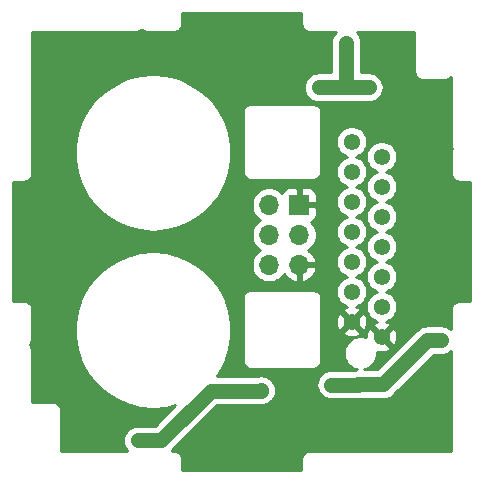
<source format=gbr>
%TF.GenerationSoftware,KiCad,Pcbnew,(5.1.10)-1*%
%TF.CreationDate,2022-01-02T17:44:00+01:00*%
%TF.ProjectId,3DESPWroverB,33444553-5057-4726-9f76-6572422e6b69,rev?*%
%TF.SameCoordinates,Original*%
%TF.FileFunction,Copper,L2,Bot*%
%TF.FilePolarity,Positive*%
%FSLAX46Y46*%
G04 Gerber Fmt 4.6, Leading zero omitted, Abs format (unit mm)*
G04 Created by KiCad (PCBNEW (5.1.10)-1) date 2022-01-02 17:44:00*
%MOMM*%
%LPD*%
G01*
G04 APERTURE LIST*
%TA.AperFunction,ComponentPad*%
%ADD10C,1.381000*%
%TD*%
%TA.AperFunction,ComponentPad*%
%ADD11R,1.700000X1.700000*%
%TD*%
%TA.AperFunction,ComponentPad*%
%ADD12O,1.700000X1.700000*%
%TD*%
%TA.AperFunction,ViaPad*%
%ADD13C,1.200000*%
%TD*%
%TA.AperFunction,Conductor*%
%ADD14C,1.250000*%
%TD*%
%TA.AperFunction,Conductor*%
%ADD15C,0.254000*%
%TD*%
%TA.AperFunction,Conductor*%
%ADD16C,0.100000*%
%TD*%
G04 APERTURE END LIST*
D10*
%TO.P,J1,14*%
%TO.N,VCC*%
X163525200Y-65506600D03*
%TO.P,J1,13*%
X160985200Y-64236600D03*
%TO.P,J1,12*%
%TO.N,/D16*%
X163525200Y-62966600D03*
%TO.P,J1,11*%
%TO.N,/D15*%
X160985200Y-61696600D03*
%TO.P,J1,10*%
%TO.N,/D14*%
X163525200Y-60426600D03*
%TO.P,J1,9*%
%TO.N,/D13*%
X160985200Y-59156600D03*
%TO.P,J1,8*%
%TO.N,/D12*%
X163525200Y-57886600D03*
%TO.P,J1,7*%
%TO.N,/D11*%
X160985200Y-56616600D03*
%TO.P,J1,6*%
%TO.N,/D10*%
X163525200Y-55346600D03*
%TO.P,J1,5*%
%TO.N,/D9*%
X160985200Y-54076600D03*
%TO.P,J1,4*%
%TO.N,/D8*%
X163525200Y-52806600D03*
%TO.P,J1,3*%
%TO.N,/D7*%
X160985200Y-51536600D03*
%TO.P,J1,2*%
%TO.N,GND*%
X163525200Y-50266600D03*
%TO.P,J1,1*%
X160985200Y-48996600D03*
%TD*%
D11*
%TO.P,J10,1*%
%TO.N,VCC*%
X156540200Y-54356000D03*
D12*
%TO.P,J10,2*%
%TO.N,GND*%
X154000200Y-54356000D03*
%TO.P,J10,3*%
%TO.N,/D11*%
X156540200Y-56896000D03*
%TO.P,J10,4*%
%TO.N,/D12*%
X154000200Y-56896000D03*
%TO.P,J10,5*%
%TO.N,VCC*%
X156540200Y-59436000D03*
%TO.P,J10,6*%
%TO.N,GND*%
X154000200Y-59436000D03*
%TD*%
D13*
%TO.N,VCC*%
X167233600Y-72771000D03*
X168148000Y-74650600D03*
X160223200Y-74295000D03*
X167513000Y-48920400D03*
X169062400Y-49657000D03*
X143256000Y-40030400D03*
X143306800Y-41935400D03*
X136499600Y-40640000D03*
X168097200Y-51358800D03*
X134289800Y-66192400D03*
X135661400Y-65481200D03*
X134823200Y-63906400D03*
%TO.N,GND*%
X168529000Y-65811400D03*
X163677600Y-69545200D03*
X161493200Y-69570600D03*
X160528000Y-40614600D03*
X160528000Y-44399200D03*
X158191200Y-44399200D03*
X159283400Y-69570600D03*
X162433000Y-44399200D03*
X142900400Y-74295000D03*
X149072600Y-70078600D03*
X151104600Y-70078600D03*
X153314400Y-70053200D03*
%TD*%
D14*
%TO.N,GND*%
X167411400Y-65811400D02*
X163677600Y-69545200D01*
X168529000Y-65811400D02*
X167411400Y-65811400D01*
X161518600Y-69545200D02*
X161493200Y-69570600D01*
X163677600Y-69545200D02*
X161518600Y-69545200D01*
X160528000Y-40614600D02*
X160528000Y-44399200D01*
X160528000Y-44399200D02*
X158191200Y-44399200D01*
X161493200Y-69570600D02*
X159283400Y-69570600D01*
X160528000Y-44399200D02*
X162433000Y-44399200D01*
X142900400Y-74295000D02*
X144856200Y-74295000D01*
X144856200Y-74295000D02*
X149072600Y-70078600D01*
X149072600Y-70078600D02*
X151104600Y-70078600D01*
X153289000Y-70078600D02*
X153314400Y-70053200D01*
X151104600Y-70078600D02*
X153289000Y-70078600D01*
%TD*%
D15*
%TO.N,VCC*%
X156747287Y-39037312D02*
X156744166Y-39069001D01*
X156756619Y-39195443D01*
X156793501Y-39317026D01*
X156853394Y-39429077D01*
X156933996Y-39527291D01*
X157032210Y-39607893D01*
X157144261Y-39667786D01*
X157265844Y-39704668D01*
X157360607Y-39714001D01*
X157392286Y-39717121D01*
X157423965Y-39714001D01*
X159639235Y-39714001D01*
X159632735Y-39719335D01*
X159475280Y-39911196D01*
X159358280Y-40130087D01*
X159286232Y-40367598D01*
X159268000Y-40552708D01*
X159268001Y-43139200D01*
X158129307Y-43139200D01*
X157944197Y-43157432D01*
X157706686Y-43229480D01*
X157487795Y-43346480D01*
X157295935Y-43503935D01*
X157138480Y-43695795D01*
X157021480Y-43914686D01*
X156949432Y-44152197D01*
X156925104Y-44399200D01*
X156949432Y-44646203D01*
X157021480Y-44883714D01*
X157138480Y-45102605D01*
X157295935Y-45294465D01*
X157487795Y-45451920D01*
X157706686Y-45568920D01*
X157944197Y-45640968D01*
X158129307Y-45659200D01*
X160466107Y-45659200D01*
X160528000Y-45665296D01*
X160589893Y-45659200D01*
X162494893Y-45659200D01*
X162680003Y-45640968D01*
X162917514Y-45568920D01*
X163136405Y-45451920D01*
X163328265Y-45294465D01*
X163485720Y-45102605D01*
X163602720Y-44883714D01*
X163674768Y-44646203D01*
X163699096Y-44399200D01*
X163674768Y-44152197D01*
X163602720Y-43914686D01*
X163485720Y-43695795D01*
X163328265Y-43503935D01*
X163136405Y-43346480D01*
X162917514Y-43229480D01*
X162680003Y-43157432D01*
X162494893Y-43139200D01*
X161788000Y-43139200D01*
X161788000Y-40552707D01*
X161769768Y-40367597D01*
X161697720Y-40130086D01*
X161580720Y-39911195D01*
X161423265Y-39719335D01*
X161416765Y-39714001D01*
X166309200Y-39714001D01*
X166309201Y-43097511D01*
X166306080Y-43129200D01*
X166318533Y-43255642D01*
X166355415Y-43377225D01*
X166415308Y-43489276D01*
X166495910Y-43587490D01*
X166594124Y-43668092D01*
X166706175Y-43727985D01*
X166827758Y-43764867D01*
X166922521Y-43774200D01*
X166954200Y-43777320D01*
X166985879Y-43774200D01*
X168852921Y-43774200D01*
X168884600Y-43777320D01*
X168916279Y-43774200D01*
X169011042Y-43764867D01*
X169132625Y-43727985D01*
X169244676Y-43668092D01*
X169342890Y-43587490D01*
X169408000Y-43508153D01*
X169408001Y-47412313D01*
X169408000Y-47412323D01*
X169408001Y-51698026D01*
X169404880Y-51729715D01*
X169417333Y-51856157D01*
X169454215Y-51977740D01*
X169514108Y-52089791D01*
X169594710Y-52188005D01*
X169692924Y-52268607D01*
X169804975Y-52328500D01*
X169926558Y-52365382D01*
X170021321Y-52374715D01*
X170053000Y-52377835D01*
X170084679Y-52374715D01*
X171033000Y-52374715D01*
X171033001Y-62513287D01*
X170109688Y-62513288D01*
X170109679Y-62513287D01*
X170084679Y-62513287D01*
X170053000Y-62510167D01*
X170021321Y-62513287D01*
X169926558Y-62522620D01*
X169804975Y-62559502D01*
X169692924Y-62619395D01*
X169594710Y-62699997D01*
X169514108Y-62798211D01*
X169454215Y-62910262D01*
X169417333Y-63031845D01*
X169404880Y-63158287D01*
X169408000Y-63189964D01*
X169408000Y-64902787D01*
X169232405Y-64758680D01*
X169013514Y-64641680D01*
X168776003Y-64569632D01*
X168590893Y-64551400D01*
X167473293Y-64551400D01*
X167411400Y-64545304D01*
X167349507Y-64551400D01*
X167164397Y-64569632D01*
X166926886Y-64641680D01*
X166707995Y-64758680D01*
X166516135Y-64916135D01*
X166476681Y-64964210D01*
X163155692Y-68285200D01*
X162021930Y-68285200D01*
X162136482Y-68262414D01*
X162393085Y-68156125D01*
X162624022Y-68001818D01*
X162820418Y-67805422D01*
X162974725Y-67574485D01*
X163081014Y-67317882D01*
X163135200Y-67045473D01*
X163135200Y-66775910D01*
X163339179Y-66825459D01*
X163600049Y-66836408D01*
X163858044Y-66796254D01*
X164103247Y-66706539D01*
X164201767Y-66653879D01*
X164260075Y-66421080D01*
X163525200Y-65686205D01*
X163511058Y-65700348D01*
X163331453Y-65520743D01*
X163345595Y-65506600D01*
X163704805Y-65506600D01*
X164439680Y-66241475D01*
X164672479Y-66183167D01*
X164782427Y-65946343D01*
X164844059Y-65692621D01*
X164855008Y-65431751D01*
X164814854Y-65173756D01*
X164725139Y-64928553D01*
X164672479Y-64830033D01*
X164439680Y-64771725D01*
X163704805Y-65506600D01*
X163345595Y-65506600D01*
X162610720Y-64771725D01*
X162377921Y-64830033D01*
X162267973Y-65066857D01*
X162206341Y-65320579D01*
X162195650Y-65575294D01*
X162136482Y-65550786D01*
X161864073Y-65496600D01*
X161586327Y-65496600D01*
X161313918Y-65550786D01*
X161057315Y-65657075D01*
X160826378Y-65811382D01*
X160629982Y-66007778D01*
X160475675Y-66238715D01*
X160369386Y-66495318D01*
X160315200Y-66767727D01*
X160315200Y-67045473D01*
X160369386Y-67317882D01*
X160475675Y-67574485D01*
X160629982Y-67805422D01*
X160826378Y-68001818D01*
X161057315Y-68156125D01*
X161313918Y-68262414D01*
X161437821Y-68287060D01*
X161271597Y-68303432D01*
X161247967Y-68310600D01*
X159221507Y-68310600D01*
X159036397Y-68328832D01*
X158798886Y-68400880D01*
X158579995Y-68517880D01*
X158388135Y-68675335D01*
X158230680Y-68867195D01*
X158113680Y-69086086D01*
X158041632Y-69323597D01*
X158017304Y-69570600D01*
X158041632Y-69817603D01*
X158113680Y-70055114D01*
X158230680Y-70274005D01*
X158388135Y-70465865D01*
X158579995Y-70623320D01*
X158798886Y-70740320D01*
X159036397Y-70812368D01*
X159221507Y-70830600D01*
X161431317Y-70830600D01*
X161493200Y-70836695D01*
X161555083Y-70830600D01*
X161555093Y-70830600D01*
X161740203Y-70812368D01*
X161763833Y-70805200D01*
X163615717Y-70805200D01*
X163677600Y-70811295D01*
X163739483Y-70805200D01*
X163739493Y-70805200D01*
X163924603Y-70786968D01*
X164162114Y-70714920D01*
X164381005Y-70597920D01*
X164572865Y-70440465D01*
X164612324Y-70392384D01*
X167933309Y-67071400D01*
X168590893Y-67071400D01*
X168776003Y-67053168D01*
X169013514Y-66981120D01*
X169232405Y-66864120D01*
X169408001Y-66720013D01*
X169408001Y-67412313D01*
X169408000Y-67412323D01*
X169408001Y-71412312D01*
X169408000Y-71412322D01*
X169408001Y-75174000D01*
X157423965Y-75174000D01*
X157392286Y-75170880D01*
X157360607Y-75174000D01*
X157265844Y-75183333D01*
X157144261Y-75220215D01*
X157032210Y-75280108D01*
X156933996Y-75360710D01*
X156853394Y-75458924D01*
X156793501Y-75570975D01*
X156756619Y-75692558D01*
X156744166Y-75819000D01*
X156747286Y-75850678D01*
X156747287Y-76799000D01*
X146608715Y-76799000D01*
X146608715Y-75850678D01*
X146611835Y-75819000D01*
X146599382Y-75692558D01*
X146562500Y-75570975D01*
X146502607Y-75458924D01*
X146422005Y-75360710D01*
X146323791Y-75280108D01*
X146211740Y-75220215D01*
X146090157Y-75183333D01*
X145995394Y-75174000D01*
X145963715Y-75170880D01*
X145932036Y-75174000D01*
X145764813Y-75174000D01*
X145790924Y-75142184D01*
X149594509Y-71338600D01*
X153227117Y-71338600D01*
X153289000Y-71344695D01*
X153350883Y-71338600D01*
X153350893Y-71338600D01*
X153536003Y-71320368D01*
X153773514Y-71248320D01*
X153992405Y-71131320D01*
X154184265Y-70973865D01*
X154223724Y-70925784D01*
X154249119Y-70900389D01*
X154367120Y-70756605D01*
X154484120Y-70537713D01*
X154556167Y-70300203D01*
X154580495Y-70053201D01*
X154556167Y-69806198D01*
X154484120Y-69568687D01*
X154367120Y-69349795D01*
X154209665Y-69157935D01*
X154017805Y-69000480D01*
X153798913Y-68883480D01*
X153561402Y-68811433D01*
X153314399Y-68787105D01*
X153067397Y-68811433D01*
X153043770Y-68818600D01*
X149579330Y-68818600D01*
X149757716Y-68589410D01*
X150281630Y-67621301D01*
X150639054Y-66580162D01*
X150820237Y-65494392D01*
X150820237Y-64393610D01*
X150639054Y-63307840D01*
X150281630Y-62266701D01*
X150261769Y-62230000D01*
X151762207Y-62230000D01*
X151765400Y-62262419D01*
X151765401Y-67531571D01*
X151762207Y-67564000D01*
X151774950Y-67693383D01*
X151812690Y-67817793D01*
X151873975Y-67932450D01*
X151956452Y-68032948D01*
X152056950Y-68115425D01*
X152171607Y-68176710D01*
X152296017Y-68214450D01*
X152392981Y-68224000D01*
X152425400Y-68227193D01*
X152457819Y-68224000D01*
X157726981Y-68224000D01*
X157759400Y-68227193D01*
X157791819Y-68224000D01*
X157888783Y-68214450D01*
X158013193Y-68176710D01*
X158127850Y-68115425D01*
X158228348Y-68032948D01*
X158310825Y-67932450D01*
X158372110Y-67817793D01*
X158409850Y-67693383D01*
X158422593Y-67564000D01*
X158419400Y-67531581D01*
X158419400Y-65151080D01*
X160250325Y-65151080D01*
X160308633Y-65383879D01*
X160545457Y-65493827D01*
X160799179Y-65555459D01*
X161060049Y-65566408D01*
X161318044Y-65526254D01*
X161563247Y-65436539D01*
X161661767Y-65383879D01*
X161720075Y-65151080D01*
X160985200Y-64416205D01*
X160250325Y-65151080D01*
X158419400Y-65151080D01*
X158419400Y-64311449D01*
X159655392Y-64311449D01*
X159695546Y-64569444D01*
X159785261Y-64814647D01*
X159837921Y-64913167D01*
X160070720Y-64971475D01*
X160805595Y-64236600D01*
X161164805Y-64236600D01*
X161899680Y-64971475D01*
X162132479Y-64913167D01*
X162242427Y-64676343D01*
X162304059Y-64422621D01*
X162315008Y-64161751D01*
X162274854Y-63903756D01*
X162185139Y-63658553D01*
X162132479Y-63560033D01*
X161899680Y-63501725D01*
X161164805Y-64236600D01*
X160805595Y-64236600D01*
X160070720Y-63501725D01*
X159837921Y-63560033D01*
X159727973Y-63796857D01*
X159666341Y-64050579D01*
X159655392Y-64311449D01*
X158419400Y-64311449D01*
X158419400Y-62262419D01*
X158422593Y-62230000D01*
X158409850Y-62100617D01*
X158372110Y-61976207D01*
X158310825Y-61861550D01*
X158228348Y-61761052D01*
X158127850Y-61678575D01*
X158013193Y-61617290D01*
X157888783Y-61579550D01*
X157791819Y-61570000D01*
X157759400Y-61566807D01*
X157726981Y-61570000D01*
X152457819Y-61570000D01*
X152425400Y-61566807D01*
X152392981Y-61570000D01*
X152296017Y-61579550D01*
X152171607Y-61617290D01*
X152056950Y-61678575D01*
X151956452Y-61761052D01*
X151873975Y-61861550D01*
X151812690Y-61976207D01*
X151774950Y-62100617D01*
X151762207Y-62230000D01*
X150261769Y-62230000D01*
X149757716Y-61298592D01*
X149081601Y-60429919D01*
X148271729Y-59684380D01*
X147350190Y-59082308D01*
X146342123Y-58640129D01*
X145275024Y-58369903D01*
X144178001Y-58279001D01*
X143080978Y-58369903D01*
X142013879Y-58640129D01*
X141005812Y-59082308D01*
X140084273Y-59684380D01*
X139274401Y-60429919D01*
X138598286Y-61298592D01*
X138074372Y-62266701D01*
X137716948Y-63307840D01*
X137535765Y-64393610D01*
X137535765Y-65494392D01*
X137716948Y-66580162D01*
X138074372Y-67621301D01*
X138598286Y-68589410D01*
X139274401Y-69458083D01*
X140084273Y-70203622D01*
X141005812Y-70805694D01*
X142013879Y-71247873D01*
X143080978Y-71518099D01*
X144178001Y-71609001D01*
X145275024Y-71518099D01*
X146046576Y-71322716D01*
X144334292Y-73035000D01*
X142838507Y-73035000D01*
X142653397Y-73053232D01*
X142415886Y-73125280D01*
X142196995Y-73242280D01*
X142005135Y-73399735D01*
X141847680Y-73591595D01*
X141730680Y-73810486D01*
X141658632Y-74047997D01*
X141634304Y-74295000D01*
X141658632Y-74542003D01*
X141730680Y-74779514D01*
X141847680Y-74998405D01*
X141991787Y-75174000D01*
X136357200Y-75174000D01*
X136357200Y-71710479D01*
X136360320Y-71678800D01*
X136347867Y-71552358D01*
X136310985Y-71430775D01*
X136251092Y-71318724D01*
X136170490Y-71220510D01*
X136072276Y-71139908D01*
X135960225Y-71080015D01*
X135838642Y-71043133D01*
X135743879Y-71033800D01*
X135712200Y-71030680D01*
X135680521Y-71033800D01*
X133948001Y-71033800D01*
X133948001Y-63189964D01*
X133951121Y-63158286D01*
X133938668Y-63031844D01*
X133901786Y-62910261D01*
X133841893Y-62798210D01*
X133761291Y-62699996D01*
X133663077Y-62619394D01*
X133551026Y-62559501D01*
X133429443Y-62522619D01*
X133334680Y-62513286D01*
X133303001Y-62510166D01*
X133271322Y-62513286D01*
X132323001Y-62513286D01*
X132323001Y-52374715D01*
X133271322Y-52374715D01*
X133303001Y-52377835D01*
X133334680Y-52374715D01*
X133429443Y-52365382D01*
X133551026Y-52328500D01*
X133663077Y-52268607D01*
X133761291Y-52188005D01*
X133841893Y-52089791D01*
X133901786Y-51977740D01*
X133938668Y-51856157D01*
X133951121Y-51729715D01*
X133948001Y-51698036D01*
X133948001Y-49393610D01*
X137535765Y-49393610D01*
X137535765Y-50494392D01*
X137716948Y-51580162D01*
X138074372Y-52621301D01*
X138598286Y-53589410D01*
X139274401Y-54458083D01*
X140084273Y-55203622D01*
X141005812Y-55805694D01*
X142013879Y-56247873D01*
X143080978Y-56518099D01*
X144178001Y-56609001D01*
X145275024Y-56518099D01*
X146342123Y-56247873D01*
X147350190Y-55805694D01*
X148271729Y-55203622D01*
X149081601Y-54458083D01*
X149274894Y-54209740D01*
X152515200Y-54209740D01*
X152515200Y-54502260D01*
X152572268Y-54789158D01*
X152684210Y-55059411D01*
X152846725Y-55302632D01*
X153053568Y-55509475D01*
X153227960Y-55626000D01*
X153053568Y-55742525D01*
X152846725Y-55949368D01*
X152684210Y-56192589D01*
X152572268Y-56462842D01*
X152515200Y-56749740D01*
X152515200Y-57042260D01*
X152572268Y-57329158D01*
X152684210Y-57599411D01*
X152846725Y-57842632D01*
X153053568Y-58049475D01*
X153227960Y-58166000D01*
X153053568Y-58282525D01*
X152846725Y-58489368D01*
X152684210Y-58732589D01*
X152572268Y-59002842D01*
X152515200Y-59289740D01*
X152515200Y-59582260D01*
X152572268Y-59869158D01*
X152684210Y-60139411D01*
X152846725Y-60382632D01*
X153053568Y-60589475D01*
X153296789Y-60751990D01*
X153567042Y-60863932D01*
X153853940Y-60921000D01*
X154146460Y-60921000D01*
X154433358Y-60863932D01*
X154703611Y-60751990D01*
X154946832Y-60589475D01*
X155153675Y-60382632D01*
X155271300Y-60206594D01*
X155442612Y-60436269D01*
X155658845Y-60631178D01*
X155908948Y-60780157D01*
X156183309Y-60877481D01*
X156413200Y-60756814D01*
X156413200Y-59563000D01*
X156667200Y-59563000D01*
X156667200Y-60756814D01*
X156897091Y-60877481D01*
X157171452Y-60780157D01*
X157421555Y-60631178D01*
X157637788Y-60436269D01*
X157811841Y-60202920D01*
X157937025Y-59940099D01*
X157981676Y-59792890D01*
X157860355Y-59563000D01*
X156667200Y-59563000D01*
X156413200Y-59563000D01*
X156393200Y-59563000D01*
X156393200Y-59309000D01*
X156413200Y-59309000D01*
X156413200Y-59289000D01*
X156667200Y-59289000D01*
X156667200Y-59309000D01*
X157860355Y-59309000D01*
X157981676Y-59079110D01*
X157937025Y-58931901D01*
X157811841Y-58669080D01*
X157637788Y-58435731D01*
X157421555Y-58240822D01*
X157304666Y-58171195D01*
X157486832Y-58049475D01*
X157693675Y-57842632D01*
X157856190Y-57599411D01*
X157968132Y-57329158D01*
X158025200Y-57042260D01*
X158025200Y-56749740D01*
X157968132Y-56462842D01*
X157856190Y-56192589D01*
X157693675Y-55949368D01*
X157561820Y-55817513D01*
X157634380Y-55795502D01*
X157744694Y-55736537D01*
X157841385Y-55657185D01*
X157920737Y-55560494D01*
X157979702Y-55450180D01*
X158016012Y-55330482D01*
X158028272Y-55206000D01*
X158025200Y-54641750D01*
X157866450Y-54483000D01*
X156667200Y-54483000D01*
X156667200Y-54503000D01*
X156413200Y-54503000D01*
X156413200Y-54483000D01*
X156393200Y-54483000D01*
X156393200Y-54229000D01*
X156413200Y-54229000D01*
X156413200Y-53029750D01*
X156667200Y-53029750D01*
X156667200Y-54229000D01*
X157866450Y-54229000D01*
X158025200Y-54070250D01*
X158028272Y-53506000D01*
X158016012Y-53381518D01*
X157979702Y-53261820D01*
X157920737Y-53151506D01*
X157841385Y-53054815D01*
X157744694Y-52975463D01*
X157634380Y-52916498D01*
X157514682Y-52880188D01*
X157390200Y-52867928D01*
X156825950Y-52871000D01*
X156667200Y-53029750D01*
X156413200Y-53029750D01*
X156254450Y-52871000D01*
X155690200Y-52867928D01*
X155565718Y-52880188D01*
X155446020Y-52916498D01*
X155335706Y-52975463D01*
X155239015Y-53054815D01*
X155159663Y-53151506D01*
X155100698Y-53261820D01*
X155078687Y-53334380D01*
X154946832Y-53202525D01*
X154703611Y-53040010D01*
X154433358Y-52928068D01*
X154146460Y-52871000D01*
X153853940Y-52871000D01*
X153567042Y-52928068D01*
X153296789Y-53040010D01*
X153053568Y-53202525D01*
X152846725Y-53409368D01*
X152684210Y-53652589D01*
X152572268Y-53922842D01*
X152515200Y-54209740D01*
X149274894Y-54209740D01*
X149757716Y-53589410D01*
X150281630Y-52621301D01*
X150639054Y-51580162D01*
X150820237Y-50494392D01*
X150820237Y-49393610D01*
X150639054Y-48307840D01*
X150281630Y-47266701D01*
X149856972Y-46482000D01*
X151762207Y-46482000D01*
X151765400Y-46514419D01*
X151765401Y-51529571D01*
X151762207Y-51562000D01*
X151774950Y-51691383D01*
X151812690Y-51815793D01*
X151873975Y-51930450D01*
X151956452Y-52030948D01*
X152056950Y-52113425D01*
X152171607Y-52174710D01*
X152296017Y-52212450D01*
X152392981Y-52222000D01*
X152425400Y-52225193D01*
X152457819Y-52222000D01*
X157726981Y-52222000D01*
X157759400Y-52225193D01*
X157791819Y-52222000D01*
X157888783Y-52212450D01*
X158013193Y-52174710D01*
X158127850Y-52113425D01*
X158228348Y-52030948D01*
X158310825Y-51930450D01*
X158372110Y-51815793D01*
X158409850Y-51691383D01*
X158422593Y-51562000D01*
X158419400Y-51529581D01*
X158419400Y-48866050D01*
X159659700Y-48866050D01*
X159659700Y-49127150D01*
X159710638Y-49383234D01*
X159810557Y-49624460D01*
X159955617Y-49841557D01*
X160140243Y-50026183D01*
X160357340Y-50171243D01*
X160587552Y-50266600D01*
X160357340Y-50361957D01*
X160140243Y-50507017D01*
X159955617Y-50691643D01*
X159810557Y-50908740D01*
X159710638Y-51149966D01*
X159659700Y-51406050D01*
X159659700Y-51667150D01*
X159710638Y-51923234D01*
X159810557Y-52164460D01*
X159955617Y-52381557D01*
X160140243Y-52566183D01*
X160357340Y-52711243D01*
X160587552Y-52806600D01*
X160357340Y-52901957D01*
X160140243Y-53047017D01*
X159955617Y-53231643D01*
X159810557Y-53448740D01*
X159710638Y-53689966D01*
X159659700Y-53946050D01*
X159659700Y-54207150D01*
X159710638Y-54463234D01*
X159810557Y-54704460D01*
X159955617Y-54921557D01*
X160140243Y-55106183D01*
X160357340Y-55251243D01*
X160587552Y-55346600D01*
X160357340Y-55441957D01*
X160140243Y-55587017D01*
X159955617Y-55771643D01*
X159810557Y-55988740D01*
X159710638Y-56229966D01*
X159659700Y-56486050D01*
X159659700Y-56747150D01*
X159710638Y-57003234D01*
X159810557Y-57244460D01*
X159955617Y-57461557D01*
X160140243Y-57646183D01*
X160357340Y-57791243D01*
X160587552Y-57886600D01*
X160357340Y-57981957D01*
X160140243Y-58127017D01*
X159955617Y-58311643D01*
X159810557Y-58528740D01*
X159710638Y-58769966D01*
X159659700Y-59026050D01*
X159659700Y-59287150D01*
X159710638Y-59543234D01*
X159810557Y-59784460D01*
X159955617Y-60001557D01*
X160140243Y-60186183D01*
X160357340Y-60331243D01*
X160587552Y-60426600D01*
X160357340Y-60521957D01*
X160140243Y-60667017D01*
X159955617Y-60851643D01*
X159810557Y-61068740D01*
X159710638Y-61309966D01*
X159659700Y-61566050D01*
X159659700Y-61827150D01*
X159710638Y-62083234D01*
X159810557Y-62324460D01*
X159955617Y-62541557D01*
X160140243Y-62726183D01*
X160357340Y-62871243D01*
X160592752Y-62968754D01*
X160407153Y-63036661D01*
X160308633Y-63089321D01*
X160250325Y-63322120D01*
X160985200Y-64056995D01*
X161720075Y-63322120D01*
X161661767Y-63089321D01*
X161424943Y-62979373D01*
X161378971Y-62968206D01*
X161613060Y-62871243D01*
X161830157Y-62726183D01*
X162014783Y-62541557D01*
X162159843Y-62324460D01*
X162259762Y-62083234D01*
X162310700Y-61827150D01*
X162310700Y-61566050D01*
X162259762Y-61309966D01*
X162159843Y-61068740D01*
X162014783Y-60851643D01*
X161830157Y-60667017D01*
X161613060Y-60521957D01*
X161382848Y-60426600D01*
X161613060Y-60331243D01*
X161830157Y-60186183D01*
X162014783Y-60001557D01*
X162159843Y-59784460D01*
X162259762Y-59543234D01*
X162310700Y-59287150D01*
X162310700Y-59026050D01*
X162259762Y-58769966D01*
X162159843Y-58528740D01*
X162014783Y-58311643D01*
X161830157Y-58127017D01*
X161613060Y-57981957D01*
X161382848Y-57886600D01*
X161613060Y-57791243D01*
X161830157Y-57646183D01*
X162014783Y-57461557D01*
X162159843Y-57244460D01*
X162259762Y-57003234D01*
X162310700Y-56747150D01*
X162310700Y-56486050D01*
X162259762Y-56229966D01*
X162159843Y-55988740D01*
X162014783Y-55771643D01*
X161830157Y-55587017D01*
X161613060Y-55441957D01*
X161382848Y-55346600D01*
X161613060Y-55251243D01*
X161830157Y-55106183D01*
X162014783Y-54921557D01*
X162159843Y-54704460D01*
X162259762Y-54463234D01*
X162310700Y-54207150D01*
X162310700Y-53946050D01*
X162259762Y-53689966D01*
X162159843Y-53448740D01*
X162014783Y-53231643D01*
X161830157Y-53047017D01*
X161613060Y-52901957D01*
X161382848Y-52806600D01*
X161613060Y-52711243D01*
X161830157Y-52566183D01*
X162014783Y-52381557D01*
X162159843Y-52164460D01*
X162259762Y-51923234D01*
X162310700Y-51667150D01*
X162310700Y-51406050D01*
X162259762Y-51149966D01*
X162159843Y-50908740D01*
X162014783Y-50691643D01*
X161830157Y-50507017D01*
X161613060Y-50361957D01*
X161382848Y-50266600D01*
X161613060Y-50171243D01*
X161665729Y-50136050D01*
X162199700Y-50136050D01*
X162199700Y-50397150D01*
X162250638Y-50653234D01*
X162350557Y-50894460D01*
X162495617Y-51111557D01*
X162680243Y-51296183D01*
X162897340Y-51441243D01*
X163127552Y-51536600D01*
X162897340Y-51631957D01*
X162680243Y-51777017D01*
X162495617Y-51961643D01*
X162350557Y-52178740D01*
X162250638Y-52419966D01*
X162199700Y-52676050D01*
X162199700Y-52937150D01*
X162250638Y-53193234D01*
X162350557Y-53434460D01*
X162495617Y-53651557D01*
X162680243Y-53836183D01*
X162897340Y-53981243D01*
X163127552Y-54076600D01*
X162897340Y-54171957D01*
X162680243Y-54317017D01*
X162495617Y-54501643D01*
X162350557Y-54718740D01*
X162250638Y-54959966D01*
X162199700Y-55216050D01*
X162199700Y-55477150D01*
X162250638Y-55733234D01*
X162350557Y-55974460D01*
X162495617Y-56191557D01*
X162680243Y-56376183D01*
X162897340Y-56521243D01*
X163127552Y-56616600D01*
X162897340Y-56711957D01*
X162680243Y-56857017D01*
X162495617Y-57041643D01*
X162350557Y-57258740D01*
X162250638Y-57499966D01*
X162199700Y-57756050D01*
X162199700Y-58017150D01*
X162250638Y-58273234D01*
X162350557Y-58514460D01*
X162495617Y-58731557D01*
X162680243Y-58916183D01*
X162897340Y-59061243D01*
X163127552Y-59156600D01*
X162897340Y-59251957D01*
X162680243Y-59397017D01*
X162495617Y-59581643D01*
X162350557Y-59798740D01*
X162250638Y-60039966D01*
X162199700Y-60296050D01*
X162199700Y-60557150D01*
X162250638Y-60813234D01*
X162350557Y-61054460D01*
X162495617Y-61271557D01*
X162680243Y-61456183D01*
X162897340Y-61601243D01*
X163127552Y-61696600D01*
X162897340Y-61791957D01*
X162680243Y-61937017D01*
X162495617Y-62121643D01*
X162350557Y-62338740D01*
X162250638Y-62579966D01*
X162199700Y-62836050D01*
X162199700Y-63097150D01*
X162250638Y-63353234D01*
X162350557Y-63594460D01*
X162495617Y-63811557D01*
X162680243Y-63996183D01*
X162897340Y-64141243D01*
X163132752Y-64238754D01*
X162947153Y-64306661D01*
X162848633Y-64359321D01*
X162790325Y-64592120D01*
X163525200Y-65326995D01*
X164260075Y-64592120D01*
X164201767Y-64359321D01*
X163964943Y-64249373D01*
X163918971Y-64238206D01*
X164153060Y-64141243D01*
X164370157Y-63996183D01*
X164554783Y-63811557D01*
X164699843Y-63594460D01*
X164799762Y-63353234D01*
X164850700Y-63097150D01*
X164850700Y-62836050D01*
X164799762Y-62579966D01*
X164699843Y-62338740D01*
X164554783Y-62121643D01*
X164370157Y-61937017D01*
X164153060Y-61791957D01*
X163922848Y-61696600D01*
X164153060Y-61601243D01*
X164370157Y-61456183D01*
X164554783Y-61271557D01*
X164699843Y-61054460D01*
X164799762Y-60813234D01*
X164850700Y-60557150D01*
X164850700Y-60296050D01*
X164799762Y-60039966D01*
X164699843Y-59798740D01*
X164554783Y-59581643D01*
X164370157Y-59397017D01*
X164153060Y-59251957D01*
X163922848Y-59156600D01*
X164153060Y-59061243D01*
X164370157Y-58916183D01*
X164554783Y-58731557D01*
X164699843Y-58514460D01*
X164799762Y-58273234D01*
X164850700Y-58017150D01*
X164850700Y-57756050D01*
X164799762Y-57499966D01*
X164699843Y-57258740D01*
X164554783Y-57041643D01*
X164370157Y-56857017D01*
X164153060Y-56711957D01*
X163922848Y-56616600D01*
X164153060Y-56521243D01*
X164370157Y-56376183D01*
X164554783Y-56191557D01*
X164699843Y-55974460D01*
X164799762Y-55733234D01*
X164850700Y-55477150D01*
X164850700Y-55216050D01*
X164799762Y-54959966D01*
X164699843Y-54718740D01*
X164554783Y-54501643D01*
X164370157Y-54317017D01*
X164153060Y-54171957D01*
X163922848Y-54076600D01*
X164153060Y-53981243D01*
X164370157Y-53836183D01*
X164554783Y-53651557D01*
X164699843Y-53434460D01*
X164799762Y-53193234D01*
X164850700Y-52937150D01*
X164850700Y-52676050D01*
X164799762Y-52419966D01*
X164699843Y-52178740D01*
X164554783Y-51961643D01*
X164370157Y-51777017D01*
X164153060Y-51631957D01*
X163922848Y-51536600D01*
X164153060Y-51441243D01*
X164370157Y-51296183D01*
X164554783Y-51111557D01*
X164699843Y-50894460D01*
X164799762Y-50653234D01*
X164850700Y-50397150D01*
X164850700Y-50136050D01*
X164799762Y-49879966D01*
X164699843Y-49638740D01*
X164554783Y-49421643D01*
X164370157Y-49237017D01*
X164153060Y-49091957D01*
X163911834Y-48992038D01*
X163655750Y-48941100D01*
X163394650Y-48941100D01*
X163138566Y-48992038D01*
X162897340Y-49091957D01*
X162680243Y-49237017D01*
X162495617Y-49421643D01*
X162350557Y-49638740D01*
X162250638Y-49879966D01*
X162199700Y-50136050D01*
X161665729Y-50136050D01*
X161830157Y-50026183D01*
X162014783Y-49841557D01*
X162159843Y-49624460D01*
X162259762Y-49383234D01*
X162310700Y-49127150D01*
X162310700Y-48866050D01*
X162259762Y-48609966D01*
X162159843Y-48368740D01*
X162014783Y-48151643D01*
X161830157Y-47967017D01*
X161613060Y-47821957D01*
X161371834Y-47722038D01*
X161115750Y-47671100D01*
X160854650Y-47671100D01*
X160598566Y-47722038D01*
X160357340Y-47821957D01*
X160140243Y-47967017D01*
X159955617Y-48151643D01*
X159810557Y-48368740D01*
X159710638Y-48609966D01*
X159659700Y-48866050D01*
X158419400Y-48866050D01*
X158419400Y-46514419D01*
X158422593Y-46482000D01*
X158409850Y-46352617D01*
X158372110Y-46228207D01*
X158310825Y-46113550D01*
X158228348Y-46013052D01*
X158127850Y-45930575D01*
X158013193Y-45869290D01*
X157888783Y-45831550D01*
X157791819Y-45822000D01*
X157759400Y-45818807D01*
X157726981Y-45822000D01*
X152457819Y-45822000D01*
X152425400Y-45818807D01*
X152392981Y-45822000D01*
X152296017Y-45831550D01*
X152171607Y-45869290D01*
X152056950Y-45930575D01*
X151956452Y-46013052D01*
X151873975Y-46113550D01*
X151812690Y-46228207D01*
X151774950Y-46352617D01*
X151762207Y-46482000D01*
X149856972Y-46482000D01*
X149757716Y-46298592D01*
X149081601Y-45429919D01*
X148271729Y-44684380D01*
X147350190Y-44082308D01*
X146342123Y-43640129D01*
X145275024Y-43369903D01*
X144178001Y-43279001D01*
X143080978Y-43369903D01*
X142013879Y-43640129D01*
X141005812Y-44082308D01*
X140084273Y-44684380D01*
X139274401Y-45429919D01*
X138598286Y-46298592D01*
X138074372Y-47266701D01*
X137716948Y-48307840D01*
X137535765Y-49393610D01*
X133948001Y-49393610D01*
X133948001Y-39714001D01*
X145932037Y-39714001D01*
X145963716Y-39717121D01*
X145995395Y-39714001D01*
X146090158Y-39704668D01*
X146211741Y-39667786D01*
X146323792Y-39607893D01*
X146422006Y-39527291D01*
X146502608Y-39429077D01*
X146562501Y-39317026D01*
X146599383Y-39195443D01*
X146611836Y-39069001D01*
X146608716Y-39037322D01*
X146608716Y-38089001D01*
X156747286Y-38089001D01*
X156747287Y-39037312D01*
%TA.AperFunction,Conductor*%
D16*
G36*
X156747287Y-39037312D02*
G01*
X156744166Y-39069001D01*
X156756619Y-39195443D01*
X156793501Y-39317026D01*
X156853394Y-39429077D01*
X156933996Y-39527291D01*
X157032210Y-39607893D01*
X157144261Y-39667786D01*
X157265844Y-39704668D01*
X157360607Y-39714001D01*
X157392286Y-39717121D01*
X157423965Y-39714001D01*
X159639235Y-39714001D01*
X159632735Y-39719335D01*
X159475280Y-39911196D01*
X159358280Y-40130087D01*
X159286232Y-40367598D01*
X159268000Y-40552708D01*
X159268001Y-43139200D01*
X158129307Y-43139200D01*
X157944197Y-43157432D01*
X157706686Y-43229480D01*
X157487795Y-43346480D01*
X157295935Y-43503935D01*
X157138480Y-43695795D01*
X157021480Y-43914686D01*
X156949432Y-44152197D01*
X156925104Y-44399200D01*
X156949432Y-44646203D01*
X157021480Y-44883714D01*
X157138480Y-45102605D01*
X157295935Y-45294465D01*
X157487795Y-45451920D01*
X157706686Y-45568920D01*
X157944197Y-45640968D01*
X158129307Y-45659200D01*
X160466107Y-45659200D01*
X160528000Y-45665296D01*
X160589893Y-45659200D01*
X162494893Y-45659200D01*
X162680003Y-45640968D01*
X162917514Y-45568920D01*
X163136405Y-45451920D01*
X163328265Y-45294465D01*
X163485720Y-45102605D01*
X163602720Y-44883714D01*
X163674768Y-44646203D01*
X163699096Y-44399200D01*
X163674768Y-44152197D01*
X163602720Y-43914686D01*
X163485720Y-43695795D01*
X163328265Y-43503935D01*
X163136405Y-43346480D01*
X162917514Y-43229480D01*
X162680003Y-43157432D01*
X162494893Y-43139200D01*
X161788000Y-43139200D01*
X161788000Y-40552707D01*
X161769768Y-40367597D01*
X161697720Y-40130086D01*
X161580720Y-39911195D01*
X161423265Y-39719335D01*
X161416765Y-39714001D01*
X166309200Y-39714001D01*
X166309201Y-43097511D01*
X166306080Y-43129200D01*
X166318533Y-43255642D01*
X166355415Y-43377225D01*
X166415308Y-43489276D01*
X166495910Y-43587490D01*
X166594124Y-43668092D01*
X166706175Y-43727985D01*
X166827758Y-43764867D01*
X166922521Y-43774200D01*
X166954200Y-43777320D01*
X166985879Y-43774200D01*
X168852921Y-43774200D01*
X168884600Y-43777320D01*
X168916279Y-43774200D01*
X169011042Y-43764867D01*
X169132625Y-43727985D01*
X169244676Y-43668092D01*
X169342890Y-43587490D01*
X169408000Y-43508153D01*
X169408001Y-47412313D01*
X169408000Y-47412323D01*
X169408001Y-51698026D01*
X169404880Y-51729715D01*
X169417333Y-51856157D01*
X169454215Y-51977740D01*
X169514108Y-52089791D01*
X169594710Y-52188005D01*
X169692924Y-52268607D01*
X169804975Y-52328500D01*
X169926558Y-52365382D01*
X170021321Y-52374715D01*
X170053000Y-52377835D01*
X170084679Y-52374715D01*
X171033000Y-52374715D01*
X171033001Y-62513287D01*
X170109688Y-62513288D01*
X170109679Y-62513287D01*
X170084679Y-62513287D01*
X170053000Y-62510167D01*
X170021321Y-62513287D01*
X169926558Y-62522620D01*
X169804975Y-62559502D01*
X169692924Y-62619395D01*
X169594710Y-62699997D01*
X169514108Y-62798211D01*
X169454215Y-62910262D01*
X169417333Y-63031845D01*
X169404880Y-63158287D01*
X169408000Y-63189964D01*
X169408000Y-64902787D01*
X169232405Y-64758680D01*
X169013514Y-64641680D01*
X168776003Y-64569632D01*
X168590893Y-64551400D01*
X167473293Y-64551400D01*
X167411400Y-64545304D01*
X167349507Y-64551400D01*
X167164397Y-64569632D01*
X166926886Y-64641680D01*
X166707995Y-64758680D01*
X166516135Y-64916135D01*
X166476681Y-64964210D01*
X163155692Y-68285200D01*
X162021930Y-68285200D01*
X162136482Y-68262414D01*
X162393085Y-68156125D01*
X162624022Y-68001818D01*
X162820418Y-67805422D01*
X162974725Y-67574485D01*
X163081014Y-67317882D01*
X163135200Y-67045473D01*
X163135200Y-66775910D01*
X163339179Y-66825459D01*
X163600049Y-66836408D01*
X163858044Y-66796254D01*
X164103247Y-66706539D01*
X164201767Y-66653879D01*
X164260075Y-66421080D01*
X163525200Y-65686205D01*
X163511058Y-65700348D01*
X163331453Y-65520743D01*
X163345595Y-65506600D01*
X163704805Y-65506600D01*
X164439680Y-66241475D01*
X164672479Y-66183167D01*
X164782427Y-65946343D01*
X164844059Y-65692621D01*
X164855008Y-65431751D01*
X164814854Y-65173756D01*
X164725139Y-64928553D01*
X164672479Y-64830033D01*
X164439680Y-64771725D01*
X163704805Y-65506600D01*
X163345595Y-65506600D01*
X162610720Y-64771725D01*
X162377921Y-64830033D01*
X162267973Y-65066857D01*
X162206341Y-65320579D01*
X162195650Y-65575294D01*
X162136482Y-65550786D01*
X161864073Y-65496600D01*
X161586327Y-65496600D01*
X161313918Y-65550786D01*
X161057315Y-65657075D01*
X160826378Y-65811382D01*
X160629982Y-66007778D01*
X160475675Y-66238715D01*
X160369386Y-66495318D01*
X160315200Y-66767727D01*
X160315200Y-67045473D01*
X160369386Y-67317882D01*
X160475675Y-67574485D01*
X160629982Y-67805422D01*
X160826378Y-68001818D01*
X161057315Y-68156125D01*
X161313918Y-68262414D01*
X161437821Y-68287060D01*
X161271597Y-68303432D01*
X161247967Y-68310600D01*
X159221507Y-68310600D01*
X159036397Y-68328832D01*
X158798886Y-68400880D01*
X158579995Y-68517880D01*
X158388135Y-68675335D01*
X158230680Y-68867195D01*
X158113680Y-69086086D01*
X158041632Y-69323597D01*
X158017304Y-69570600D01*
X158041632Y-69817603D01*
X158113680Y-70055114D01*
X158230680Y-70274005D01*
X158388135Y-70465865D01*
X158579995Y-70623320D01*
X158798886Y-70740320D01*
X159036397Y-70812368D01*
X159221507Y-70830600D01*
X161431317Y-70830600D01*
X161493200Y-70836695D01*
X161555083Y-70830600D01*
X161555093Y-70830600D01*
X161740203Y-70812368D01*
X161763833Y-70805200D01*
X163615717Y-70805200D01*
X163677600Y-70811295D01*
X163739483Y-70805200D01*
X163739493Y-70805200D01*
X163924603Y-70786968D01*
X164162114Y-70714920D01*
X164381005Y-70597920D01*
X164572865Y-70440465D01*
X164612324Y-70392384D01*
X167933309Y-67071400D01*
X168590893Y-67071400D01*
X168776003Y-67053168D01*
X169013514Y-66981120D01*
X169232405Y-66864120D01*
X169408001Y-66720013D01*
X169408001Y-67412313D01*
X169408000Y-67412323D01*
X169408001Y-71412312D01*
X169408000Y-71412322D01*
X169408001Y-75174000D01*
X157423965Y-75174000D01*
X157392286Y-75170880D01*
X157360607Y-75174000D01*
X157265844Y-75183333D01*
X157144261Y-75220215D01*
X157032210Y-75280108D01*
X156933996Y-75360710D01*
X156853394Y-75458924D01*
X156793501Y-75570975D01*
X156756619Y-75692558D01*
X156744166Y-75819000D01*
X156747286Y-75850678D01*
X156747287Y-76799000D01*
X146608715Y-76799000D01*
X146608715Y-75850678D01*
X146611835Y-75819000D01*
X146599382Y-75692558D01*
X146562500Y-75570975D01*
X146502607Y-75458924D01*
X146422005Y-75360710D01*
X146323791Y-75280108D01*
X146211740Y-75220215D01*
X146090157Y-75183333D01*
X145995394Y-75174000D01*
X145963715Y-75170880D01*
X145932036Y-75174000D01*
X145764813Y-75174000D01*
X145790924Y-75142184D01*
X149594509Y-71338600D01*
X153227117Y-71338600D01*
X153289000Y-71344695D01*
X153350883Y-71338600D01*
X153350893Y-71338600D01*
X153536003Y-71320368D01*
X153773514Y-71248320D01*
X153992405Y-71131320D01*
X154184265Y-70973865D01*
X154223724Y-70925784D01*
X154249119Y-70900389D01*
X154367120Y-70756605D01*
X154484120Y-70537713D01*
X154556167Y-70300203D01*
X154580495Y-70053201D01*
X154556167Y-69806198D01*
X154484120Y-69568687D01*
X154367120Y-69349795D01*
X154209665Y-69157935D01*
X154017805Y-69000480D01*
X153798913Y-68883480D01*
X153561402Y-68811433D01*
X153314399Y-68787105D01*
X153067397Y-68811433D01*
X153043770Y-68818600D01*
X149579330Y-68818600D01*
X149757716Y-68589410D01*
X150281630Y-67621301D01*
X150639054Y-66580162D01*
X150820237Y-65494392D01*
X150820237Y-64393610D01*
X150639054Y-63307840D01*
X150281630Y-62266701D01*
X150261769Y-62230000D01*
X151762207Y-62230000D01*
X151765400Y-62262419D01*
X151765401Y-67531571D01*
X151762207Y-67564000D01*
X151774950Y-67693383D01*
X151812690Y-67817793D01*
X151873975Y-67932450D01*
X151956452Y-68032948D01*
X152056950Y-68115425D01*
X152171607Y-68176710D01*
X152296017Y-68214450D01*
X152392981Y-68224000D01*
X152425400Y-68227193D01*
X152457819Y-68224000D01*
X157726981Y-68224000D01*
X157759400Y-68227193D01*
X157791819Y-68224000D01*
X157888783Y-68214450D01*
X158013193Y-68176710D01*
X158127850Y-68115425D01*
X158228348Y-68032948D01*
X158310825Y-67932450D01*
X158372110Y-67817793D01*
X158409850Y-67693383D01*
X158422593Y-67564000D01*
X158419400Y-67531581D01*
X158419400Y-65151080D01*
X160250325Y-65151080D01*
X160308633Y-65383879D01*
X160545457Y-65493827D01*
X160799179Y-65555459D01*
X161060049Y-65566408D01*
X161318044Y-65526254D01*
X161563247Y-65436539D01*
X161661767Y-65383879D01*
X161720075Y-65151080D01*
X160985200Y-64416205D01*
X160250325Y-65151080D01*
X158419400Y-65151080D01*
X158419400Y-64311449D01*
X159655392Y-64311449D01*
X159695546Y-64569444D01*
X159785261Y-64814647D01*
X159837921Y-64913167D01*
X160070720Y-64971475D01*
X160805595Y-64236600D01*
X161164805Y-64236600D01*
X161899680Y-64971475D01*
X162132479Y-64913167D01*
X162242427Y-64676343D01*
X162304059Y-64422621D01*
X162315008Y-64161751D01*
X162274854Y-63903756D01*
X162185139Y-63658553D01*
X162132479Y-63560033D01*
X161899680Y-63501725D01*
X161164805Y-64236600D01*
X160805595Y-64236600D01*
X160070720Y-63501725D01*
X159837921Y-63560033D01*
X159727973Y-63796857D01*
X159666341Y-64050579D01*
X159655392Y-64311449D01*
X158419400Y-64311449D01*
X158419400Y-62262419D01*
X158422593Y-62230000D01*
X158409850Y-62100617D01*
X158372110Y-61976207D01*
X158310825Y-61861550D01*
X158228348Y-61761052D01*
X158127850Y-61678575D01*
X158013193Y-61617290D01*
X157888783Y-61579550D01*
X157791819Y-61570000D01*
X157759400Y-61566807D01*
X157726981Y-61570000D01*
X152457819Y-61570000D01*
X152425400Y-61566807D01*
X152392981Y-61570000D01*
X152296017Y-61579550D01*
X152171607Y-61617290D01*
X152056950Y-61678575D01*
X151956452Y-61761052D01*
X151873975Y-61861550D01*
X151812690Y-61976207D01*
X151774950Y-62100617D01*
X151762207Y-62230000D01*
X150261769Y-62230000D01*
X149757716Y-61298592D01*
X149081601Y-60429919D01*
X148271729Y-59684380D01*
X147350190Y-59082308D01*
X146342123Y-58640129D01*
X145275024Y-58369903D01*
X144178001Y-58279001D01*
X143080978Y-58369903D01*
X142013879Y-58640129D01*
X141005812Y-59082308D01*
X140084273Y-59684380D01*
X139274401Y-60429919D01*
X138598286Y-61298592D01*
X138074372Y-62266701D01*
X137716948Y-63307840D01*
X137535765Y-64393610D01*
X137535765Y-65494392D01*
X137716948Y-66580162D01*
X138074372Y-67621301D01*
X138598286Y-68589410D01*
X139274401Y-69458083D01*
X140084273Y-70203622D01*
X141005812Y-70805694D01*
X142013879Y-71247873D01*
X143080978Y-71518099D01*
X144178001Y-71609001D01*
X145275024Y-71518099D01*
X146046576Y-71322716D01*
X144334292Y-73035000D01*
X142838507Y-73035000D01*
X142653397Y-73053232D01*
X142415886Y-73125280D01*
X142196995Y-73242280D01*
X142005135Y-73399735D01*
X141847680Y-73591595D01*
X141730680Y-73810486D01*
X141658632Y-74047997D01*
X141634304Y-74295000D01*
X141658632Y-74542003D01*
X141730680Y-74779514D01*
X141847680Y-74998405D01*
X141991787Y-75174000D01*
X136357200Y-75174000D01*
X136357200Y-71710479D01*
X136360320Y-71678800D01*
X136347867Y-71552358D01*
X136310985Y-71430775D01*
X136251092Y-71318724D01*
X136170490Y-71220510D01*
X136072276Y-71139908D01*
X135960225Y-71080015D01*
X135838642Y-71043133D01*
X135743879Y-71033800D01*
X135712200Y-71030680D01*
X135680521Y-71033800D01*
X133948001Y-71033800D01*
X133948001Y-63189964D01*
X133951121Y-63158286D01*
X133938668Y-63031844D01*
X133901786Y-62910261D01*
X133841893Y-62798210D01*
X133761291Y-62699996D01*
X133663077Y-62619394D01*
X133551026Y-62559501D01*
X133429443Y-62522619D01*
X133334680Y-62513286D01*
X133303001Y-62510166D01*
X133271322Y-62513286D01*
X132323001Y-62513286D01*
X132323001Y-52374715D01*
X133271322Y-52374715D01*
X133303001Y-52377835D01*
X133334680Y-52374715D01*
X133429443Y-52365382D01*
X133551026Y-52328500D01*
X133663077Y-52268607D01*
X133761291Y-52188005D01*
X133841893Y-52089791D01*
X133901786Y-51977740D01*
X133938668Y-51856157D01*
X133951121Y-51729715D01*
X133948001Y-51698036D01*
X133948001Y-49393610D01*
X137535765Y-49393610D01*
X137535765Y-50494392D01*
X137716948Y-51580162D01*
X138074372Y-52621301D01*
X138598286Y-53589410D01*
X139274401Y-54458083D01*
X140084273Y-55203622D01*
X141005812Y-55805694D01*
X142013879Y-56247873D01*
X143080978Y-56518099D01*
X144178001Y-56609001D01*
X145275024Y-56518099D01*
X146342123Y-56247873D01*
X147350190Y-55805694D01*
X148271729Y-55203622D01*
X149081601Y-54458083D01*
X149274894Y-54209740D01*
X152515200Y-54209740D01*
X152515200Y-54502260D01*
X152572268Y-54789158D01*
X152684210Y-55059411D01*
X152846725Y-55302632D01*
X153053568Y-55509475D01*
X153227960Y-55626000D01*
X153053568Y-55742525D01*
X152846725Y-55949368D01*
X152684210Y-56192589D01*
X152572268Y-56462842D01*
X152515200Y-56749740D01*
X152515200Y-57042260D01*
X152572268Y-57329158D01*
X152684210Y-57599411D01*
X152846725Y-57842632D01*
X153053568Y-58049475D01*
X153227960Y-58166000D01*
X153053568Y-58282525D01*
X152846725Y-58489368D01*
X152684210Y-58732589D01*
X152572268Y-59002842D01*
X152515200Y-59289740D01*
X152515200Y-59582260D01*
X152572268Y-59869158D01*
X152684210Y-60139411D01*
X152846725Y-60382632D01*
X153053568Y-60589475D01*
X153296789Y-60751990D01*
X153567042Y-60863932D01*
X153853940Y-60921000D01*
X154146460Y-60921000D01*
X154433358Y-60863932D01*
X154703611Y-60751990D01*
X154946832Y-60589475D01*
X155153675Y-60382632D01*
X155271300Y-60206594D01*
X155442612Y-60436269D01*
X155658845Y-60631178D01*
X155908948Y-60780157D01*
X156183309Y-60877481D01*
X156413200Y-60756814D01*
X156413200Y-59563000D01*
X156667200Y-59563000D01*
X156667200Y-60756814D01*
X156897091Y-60877481D01*
X157171452Y-60780157D01*
X157421555Y-60631178D01*
X157637788Y-60436269D01*
X157811841Y-60202920D01*
X157937025Y-59940099D01*
X157981676Y-59792890D01*
X157860355Y-59563000D01*
X156667200Y-59563000D01*
X156413200Y-59563000D01*
X156393200Y-59563000D01*
X156393200Y-59309000D01*
X156413200Y-59309000D01*
X156413200Y-59289000D01*
X156667200Y-59289000D01*
X156667200Y-59309000D01*
X157860355Y-59309000D01*
X157981676Y-59079110D01*
X157937025Y-58931901D01*
X157811841Y-58669080D01*
X157637788Y-58435731D01*
X157421555Y-58240822D01*
X157304666Y-58171195D01*
X157486832Y-58049475D01*
X157693675Y-57842632D01*
X157856190Y-57599411D01*
X157968132Y-57329158D01*
X158025200Y-57042260D01*
X158025200Y-56749740D01*
X157968132Y-56462842D01*
X157856190Y-56192589D01*
X157693675Y-55949368D01*
X157561820Y-55817513D01*
X157634380Y-55795502D01*
X157744694Y-55736537D01*
X157841385Y-55657185D01*
X157920737Y-55560494D01*
X157979702Y-55450180D01*
X158016012Y-55330482D01*
X158028272Y-55206000D01*
X158025200Y-54641750D01*
X157866450Y-54483000D01*
X156667200Y-54483000D01*
X156667200Y-54503000D01*
X156413200Y-54503000D01*
X156413200Y-54483000D01*
X156393200Y-54483000D01*
X156393200Y-54229000D01*
X156413200Y-54229000D01*
X156413200Y-53029750D01*
X156667200Y-53029750D01*
X156667200Y-54229000D01*
X157866450Y-54229000D01*
X158025200Y-54070250D01*
X158028272Y-53506000D01*
X158016012Y-53381518D01*
X157979702Y-53261820D01*
X157920737Y-53151506D01*
X157841385Y-53054815D01*
X157744694Y-52975463D01*
X157634380Y-52916498D01*
X157514682Y-52880188D01*
X157390200Y-52867928D01*
X156825950Y-52871000D01*
X156667200Y-53029750D01*
X156413200Y-53029750D01*
X156254450Y-52871000D01*
X155690200Y-52867928D01*
X155565718Y-52880188D01*
X155446020Y-52916498D01*
X155335706Y-52975463D01*
X155239015Y-53054815D01*
X155159663Y-53151506D01*
X155100698Y-53261820D01*
X155078687Y-53334380D01*
X154946832Y-53202525D01*
X154703611Y-53040010D01*
X154433358Y-52928068D01*
X154146460Y-52871000D01*
X153853940Y-52871000D01*
X153567042Y-52928068D01*
X153296789Y-53040010D01*
X153053568Y-53202525D01*
X152846725Y-53409368D01*
X152684210Y-53652589D01*
X152572268Y-53922842D01*
X152515200Y-54209740D01*
X149274894Y-54209740D01*
X149757716Y-53589410D01*
X150281630Y-52621301D01*
X150639054Y-51580162D01*
X150820237Y-50494392D01*
X150820237Y-49393610D01*
X150639054Y-48307840D01*
X150281630Y-47266701D01*
X149856972Y-46482000D01*
X151762207Y-46482000D01*
X151765400Y-46514419D01*
X151765401Y-51529571D01*
X151762207Y-51562000D01*
X151774950Y-51691383D01*
X151812690Y-51815793D01*
X151873975Y-51930450D01*
X151956452Y-52030948D01*
X152056950Y-52113425D01*
X152171607Y-52174710D01*
X152296017Y-52212450D01*
X152392981Y-52222000D01*
X152425400Y-52225193D01*
X152457819Y-52222000D01*
X157726981Y-52222000D01*
X157759400Y-52225193D01*
X157791819Y-52222000D01*
X157888783Y-52212450D01*
X158013193Y-52174710D01*
X158127850Y-52113425D01*
X158228348Y-52030948D01*
X158310825Y-51930450D01*
X158372110Y-51815793D01*
X158409850Y-51691383D01*
X158422593Y-51562000D01*
X158419400Y-51529581D01*
X158419400Y-48866050D01*
X159659700Y-48866050D01*
X159659700Y-49127150D01*
X159710638Y-49383234D01*
X159810557Y-49624460D01*
X159955617Y-49841557D01*
X160140243Y-50026183D01*
X160357340Y-50171243D01*
X160587552Y-50266600D01*
X160357340Y-50361957D01*
X160140243Y-50507017D01*
X159955617Y-50691643D01*
X159810557Y-50908740D01*
X159710638Y-51149966D01*
X159659700Y-51406050D01*
X159659700Y-51667150D01*
X159710638Y-51923234D01*
X159810557Y-52164460D01*
X159955617Y-52381557D01*
X160140243Y-52566183D01*
X160357340Y-52711243D01*
X160587552Y-52806600D01*
X160357340Y-52901957D01*
X160140243Y-53047017D01*
X159955617Y-53231643D01*
X159810557Y-53448740D01*
X159710638Y-53689966D01*
X159659700Y-53946050D01*
X159659700Y-54207150D01*
X159710638Y-54463234D01*
X159810557Y-54704460D01*
X159955617Y-54921557D01*
X160140243Y-55106183D01*
X160357340Y-55251243D01*
X160587552Y-55346600D01*
X160357340Y-55441957D01*
X160140243Y-55587017D01*
X159955617Y-55771643D01*
X159810557Y-55988740D01*
X159710638Y-56229966D01*
X159659700Y-56486050D01*
X159659700Y-56747150D01*
X159710638Y-57003234D01*
X159810557Y-57244460D01*
X159955617Y-57461557D01*
X160140243Y-57646183D01*
X160357340Y-57791243D01*
X160587552Y-57886600D01*
X160357340Y-57981957D01*
X160140243Y-58127017D01*
X159955617Y-58311643D01*
X159810557Y-58528740D01*
X159710638Y-58769966D01*
X159659700Y-59026050D01*
X159659700Y-59287150D01*
X159710638Y-59543234D01*
X159810557Y-59784460D01*
X159955617Y-60001557D01*
X160140243Y-60186183D01*
X160357340Y-60331243D01*
X160587552Y-60426600D01*
X160357340Y-60521957D01*
X160140243Y-60667017D01*
X159955617Y-60851643D01*
X159810557Y-61068740D01*
X159710638Y-61309966D01*
X159659700Y-61566050D01*
X159659700Y-61827150D01*
X159710638Y-62083234D01*
X159810557Y-62324460D01*
X159955617Y-62541557D01*
X160140243Y-62726183D01*
X160357340Y-62871243D01*
X160592752Y-62968754D01*
X160407153Y-63036661D01*
X160308633Y-63089321D01*
X160250325Y-63322120D01*
X160985200Y-64056995D01*
X161720075Y-63322120D01*
X161661767Y-63089321D01*
X161424943Y-62979373D01*
X161378971Y-62968206D01*
X161613060Y-62871243D01*
X161830157Y-62726183D01*
X162014783Y-62541557D01*
X162159843Y-62324460D01*
X162259762Y-62083234D01*
X162310700Y-61827150D01*
X162310700Y-61566050D01*
X162259762Y-61309966D01*
X162159843Y-61068740D01*
X162014783Y-60851643D01*
X161830157Y-60667017D01*
X161613060Y-60521957D01*
X161382848Y-60426600D01*
X161613060Y-60331243D01*
X161830157Y-60186183D01*
X162014783Y-60001557D01*
X162159843Y-59784460D01*
X162259762Y-59543234D01*
X162310700Y-59287150D01*
X162310700Y-59026050D01*
X162259762Y-58769966D01*
X162159843Y-58528740D01*
X162014783Y-58311643D01*
X161830157Y-58127017D01*
X161613060Y-57981957D01*
X161382848Y-57886600D01*
X161613060Y-57791243D01*
X161830157Y-57646183D01*
X162014783Y-57461557D01*
X162159843Y-57244460D01*
X162259762Y-57003234D01*
X162310700Y-56747150D01*
X162310700Y-56486050D01*
X162259762Y-56229966D01*
X162159843Y-55988740D01*
X162014783Y-55771643D01*
X161830157Y-55587017D01*
X161613060Y-55441957D01*
X161382848Y-55346600D01*
X161613060Y-55251243D01*
X161830157Y-55106183D01*
X162014783Y-54921557D01*
X162159843Y-54704460D01*
X162259762Y-54463234D01*
X162310700Y-54207150D01*
X162310700Y-53946050D01*
X162259762Y-53689966D01*
X162159843Y-53448740D01*
X162014783Y-53231643D01*
X161830157Y-53047017D01*
X161613060Y-52901957D01*
X161382848Y-52806600D01*
X161613060Y-52711243D01*
X161830157Y-52566183D01*
X162014783Y-52381557D01*
X162159843Y-52164460D01*
X162259762Y-51923234D01*
X162310700Y-51667150D01*
X162310700Y-51406050D01*
X162259762Y-51149966D01*
X162159843Y-50908740D01*
X162014783Y-50691643D01*
X161830157Y-50507017D01*
X161613060Y-50361957D01*
X161382848Y-50266600D01*
X161613060Y-50171243D01*
X161665729Y-50136050D01*
X162199700Y-50136050D01*
X162199700Y-50397150D01*
X162250638Y-50653234D01*
X162350557Y-50894460D01*
X162495617Y-51111557D01*
X162680243Y-51296183D01*
X162897340Y-51441243D01*
X163127552Y-51536600D01*
X162897340Y-51631957D01*
X162680243Y-51777017D01*
X162495617Y-51961643D01*
X162350557Y-52178740D01*
X162250638Y-52419966D01*
X162199700Y-52676050D01*
X162199700Y-52937150D01*
X162250638Y-53193234D01*
X162350557Y-53434460D01*
X162495617Y-53651557D01*
X162680243Y-53836183D01*
X162897340Y-53981243D01*
X163127552Y-54076600D01*
X162897340Y-54171957D01*
X162680243Y-54317017D01*
X162495617Y-54501643D01*
X162350557Y-54718740D01*
X162250638Y-54959966D01*
X162199700Y-55216050D01*
X162199700Y-55477150D01*
X162250638Y-55733234D01*
X162350557Y-55974460D01*
X162495617Y-56191557D01*
X162680243Y-56376183D01*
X162897340Y-56521243D01*
X163127552Y-56616600D01*
X162897340Y-56711957D01*
X162680243Y-56857017D01*
X162495617Y-57041643D01*
X162350557Y-57258740D01*
X162250638Y-57499966D01*
X162199700Y-57756050D01*
X162199700Y-58017150D01*
X162250638Y-58273234D01*
X162350557Y-58514460D01*
X162495617Y-58731557D01*
X162680243Y-58916183D01*
X162897340Y-59061243D01*
X163127552Y-59156600D01*
X162897340Y-59251957D01*
X162680243Y-59397017D01*
X162495617Y-59581643D01*
X162350557Y-59798740D01*
X162250638Y-60039966D01*
X162199700Y-60296050D01*
X162199700Y-60557150D01*
X162250638Y-60813234D01*
X162350557Y-61054460D01*
X162495617Y-61271557D01*
X162680243Y-61456183D01*
X162897340Y-61601243D01*
X163127552Y-61696600D01*
X162897340Y-61791957D01*
X162680243Y-61937017D01*
X162495617Y-62121643D01*
X162350557Y-62338740D01*
X162250638Y-62579966D01*
X162199700Y-62836050D01*
X162199700Y-63097150D01*
X162250638Y-63353234D01*
X162350557Y-63594460D01*
X162495617Y-63811557D01*
X162680243Y-63996183D01*
X162897340Y-64141243D01*
X163132752Y-64238754D01*
X162947153Y-64306661D01*
X162848633Y-64359321D01*
X162790325Y-64592120D01*
X163525200Y-65326995D01*
X164260075Y-64592120D01*
X164201767Y-64359321D01*
X163964943Y-64249373D01*
X163918971Y-64238206D01*
X164153060Y-64141243D01*
X164370157Y-63996183D01*
X164554783Y-63811557D01*
X164699843Y-63594460D01*
X164799762Y-63353234D01*
X164850700Y-63097150D01*
X164850700Y-62836050D01*
X164799762Y-62579966D01*
X164699843Y-62338740D01*
X164554783Y-62121643D01*
X164370157Y-61937017D01*
X164153060Y-61791957D01*
X163922848Y-61696600D01*
X164153060Y-61601243D01*
X164370157Y-61456183D01*
X164554783Y-61271557D01*
X164699843Y-61054460D01*
X164799762Y-60813234D01*
X164850700Y-60557150D01*
X164850700Y-60296050D01*
X164799762Y-60039966D01*
X164699843Y-59798740D01*
X164554783Y-59581643D01*
X164370157Y-59397017D01*
X164153060Y-59251957D01*
X163922848Y-59156600D01*
X164153060Y-59061243D01*
X164370157Y-58916183D01*
X164554783Y-58731557D01*
X164699843Y-58514460D01*
X164799762Y-58273234D01*
X164850700Y-58017150D01*
X164850700Y-57756050D01*
X164799762Y-57499966D01*
X164699843Y-57258740D01*
X164554783Y-57041643D01*
X164370157Y-56857017D01*
X164153060Y-56711957D01*
X163922848Y-56616600D01*
X164153060Y-56521243D01*
X164370157Y-56376183D01*
X164554783Y-56191557D01*
X164699843Y-55974460D01*
X164799762Y-55733234D01*
X164850700Y-55477150D01*
X164850700Y-55216050D01*
X164799762Y-54959966D01*
X164699843Y-54718740D01*
X164554783Y-54501643D01*
X164370157Y-54317017D01*
X164153060Y-54171957D01*
X163922848Y-54076600D01*
X164153060Y-53981243D01*
X164370157Y-53836183D01*
X164554783Y-53651557D01*
X164699843Y-53434460D01*
X164799762Y-53193234D01*
X164850700Y-52937150D01*
X164850700Y-52676050D01*
X164799762Y-52419966D01*
X164699843Y-52178740D01*
X164554783Y-51961643D01*
X164370157Y-51777017D01*
X164153060Y-51631957D01*
X163922848Y-51536600D01*
X164153060Y-51441243D01*
X164370157Y-51296183D01*
X164554783Y-51111557D01*
X164699843Y-50894460D01*
X164799762Y-50653234D01*
X164850700Y-50397150D01*
X164850700Y-50136050D01*
X164799762Y-49879966D01*
X164699843Y-49638740D01*
X164554783Y-49421643D01*
X164370157Y-49237017D01*
X164153060Y-49091957D01*
X163911834Y-48992038D01*
X163655750Y-48941100D01*
X163394650Y-48941100D01*
X163138566Y-48992038D01*
X162897340Y-49091957D01*
X162680243Y-49237017D01*
X162495617Y-49421643D01*
X162350557Y-49638740D01*
X162250638Y-49879966D01*
X162199700Y-50136050D01*
X161665729Y-50136050D01*
X161830157Y-50026183D01*
X162014783Y-49841557D01*
X162159843Y-49624460D01*
X162259762Y-49383234D01*
X162310700Y-49127150D01*
X162310700Y-48866050D01*
X162259762Y-48609966D01*
X162159843Y-48368740D01*
X162014783Y-48151643D01*
X161830157Y-47967017D01*
X161613060Y-47821957D01*
X161371834Y-47722038D01*
X161115750Y-47671100D01*
X160854650Y-47671100D01*
X160598566Y-47722038D01*
X160357340Y-47821957D01*
X160140243Y-47967017D01*
X159955617Y-48151643D01*
X159810557Y-48368740D01*
X159710638Y-48609966D01*
X159659700Y-48866050D01*
X158419400Y-48866050D01*
X158419400Y-46514419D01*
X158422593Y-46482000D01*
X158409850Y-46352617D01*
X158372110Y-46228207D01*
X158310825Y-46113550D01*
X158228348Y-46013052D01*
X158127850Y-45930575D01*
X158013193Y-45869290D01*
X157888783Y-45831550D01*
X157791819Y-45822000D01*
X157759400Y-45818807D01*
X157726981Y-45822000D01*
X152457819Y-45822000D01*
X152425400Y-45818807D01*
X152392981Y-45822000D01*
X152296017Y-45831550D01*
X152171607Y-45869290D01*
X152056950Y-45930575D01*
X151956452Y-46013052D01*
X151873975Y-46113550D01*
X151812690Y-46228207D01*
X151774950Y-46352617D01*
X151762207Y-46482000D01*
X149856972Y-46482000D01*
X149757716Y-46298592D01*
X149081601Y-45429919D01*
X148271729Y-44684380D01*
X147350190Y-44082308D01*
X146342123Y-43640129D01*
X145275024Y-43369903D01*
X144178001Y-43279001D01*
X143080978Y-43369903D01*
X142013879Y-43640129D01*
X141005812Y-44082308D01*
X140084273Y-44684380D01*
X139274401Y-45429919D01*
X138598286Y-46298592D01*
X138074372Y-47266701D01*
X137716948Y-48307840D01*
X137535765Y-49393610D01*
X133948001Y-49393610D01*
X133948001Y-39714001D01*
X145932037Y-39714001D01*
X145963716Y-39717121D01*
X145995395Y-39714001D01*
X146090158Y-39704668D01*
X146211741Y-39667786D01*
X146323792Y-39607893D01*
X146422006Y-39527291D01*
X146502608Y-39429077D01*
X146562501Y-39317026D01*
X146599383Y-39195443D01*
X146611836Y-39069001D01*
X146608716Y-39037322D01*
X146608716Y-38089001D01*
X156747286Y-38089001D01*
X156747287Y-39037312D01*
G37*
%TD.AperFunction*%
%TD*%
M02*

</source>
